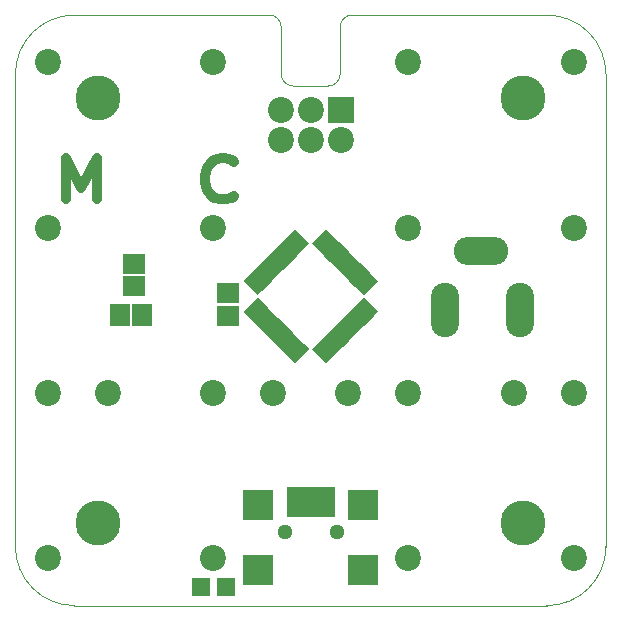
<source format=gts>
G04 (created by PCBNEW (2013-07-07 BZR 4022)-stable) date 5/17/2016 5:11:25 PM*
%MOIN*%
G04 Gerber Fmt 3.4, Leading zero omitted, Abs format*
%FSLAX34Y34*%
G01*
G70*
G90*
G04 APERTURE LIST*
%ADD10C,0.00393701*%
%ADD11C,0.0344488*%
%ADD12R,0.0866142X0.0866142*%
%ADD13C,0.0866142*%
%ADD14R,0.062948X0.062948*%
%ADD15O,0.0944882X0.181102*%
%ADD16O,0.181102X0.0944882*%
%ADD17R,0.102248X0.102248*%
%ADD18R,0.035348X0.102248*%
%ADD19C,0.051148*%
%ADD20R,0.074748X0.066948*%
%ADD21C,0.149606*%
%ADD22R,0.066948X0.074748*%
G04 APERTURE END LIST*
G54D10*
G54D11*
X54542Y-37513D02*
X54467Y-37578D01*
X54242Y-37644D01*
X54092Y-37644D01*
X53867Y-37578D01*
X53717Y-37447D01*
X53642Y-37316D01*
X53567Y-37053D01*
X53567Y-36856D01*
X53642Y-36594D01*
X53717Y-36463D01*
X53867Y-36332D01*
X54092Y-36266D01*
X54242Y-36266D01*
X54467Y-36332D01*
X54542Y-36397D01*
X48918Y-37644D02*
X48918Y-36266D01*
X49443Y-37250D01*
X49968Y-36266D01*
X49968Y-37644D01*
G54D10*
X49212Y-31496D02*
G75*
G03X47244Y-33464I0J-1968D01*
G74*
G01*
X56102Y-31889D02*
G75*
G03X55708Y-31496I-393J0D01*
G74*
G01*
X56102Y-33464D02*
G75*
G03X56496Y-33858I393J0D01*
G74*
G01*
X57677Y-33858D02*
G75*
G03X58070Y-33464I0J393D01*
G74*
G01*
X58464Y-31496D02*
G75*
G03X58070Y-31889I0J-393D01*
G74*
G01*
X66929Y-33464D02*
G75*
G03X64960Y-31496I-1968J0D01*
G74*
G01*
X64960Y-51181D02*
G75*
G03X66929Y-49212I0J1968D01*
G74*
G01*
X47244Y-49212D02*
G75*
G03X49212Y-51181I1968J0D01*
G74*
G01*
X49212Y-31496D02*
X55708Y-31496D01*
X56102Y-31889D02*
X56102Y-33464D01*
X56496Y-33858D02*
X57677Y-33858D01*
X58070Y-33464D02*
X58070Y-31889D01*
X58464Y-31496D02*
X64960Y-31496D01*
X66929Y-33464D02*
X66929Y-49212D01*
X64960Y-51181D02*
X49212Y-51181D01*
X47244Y-49212D02*
X47244Y-33464D01*
G36*
X58019Y-42689D02*
X57545Y-42216D01*
X57740Y-42021D01*
X58214Y-42494D01*
X58019Y-42689D01*
X58019Y-42689D01*
G37*
G36*
X58158Y-42550D02*
X57685Y-42076D01*
X57879Y-41881D01*
X58353Y-42355D01*
X58158Y-42550D01*
X58158Y-42550D01*
G37*
G36*
X58297Y-42410D02*
X57824Y-41937D01*
X58019Y-41742D01*
X58492Y-42216D01*
X58297Y-42410D01*
X58297Y-42410D01*
G37*
G36*
X58436Y-42272D02*
X57963Y-41798D01*
X58157Y-41604D01*
X58631Y-42077D01*
X58436Y-42272D01*
X58436Y-42272D01*
G37*
G36*
X58575Y-42132D02*
X58102Y-41659D01*
X58297Y-41464D01*
X58770Y-41938D01*
X58575Y-42132D01*
X58575Y-42132D01*
G37*
G36*
X57601Y-43107D02*
X57127Y-42633D01*
X57322Y-42439D01*
X57796Y-42912D01*
X57601Y-43107D01*
X57601Y-43107D01*
G37*
G36*
X57740Y-42968D02*
X57267Y-42494D01*
X57462Y-42299D01*
X57935Y-42773D01*
X57740Y-42968D01*
X57740Y-42968D01*
G37*
G36*
X57879Y-42828D02*
X57406Y-42355D01*
X57601Y-42160D01*
X58074Y-42633D01*
X57879Y-42828D01*
X57879Y-42828D01*
G37*
G36*
X58854Y-40824D02*
X58659Y-40629D01*
X59132Y-40156D01*
X59327Y-40351D01*
X58854Y-40824D01*
X58854Y-40824D01*
G37*
G36*
X58715Y-40685D02*
X58520Y-40490D01*
X58993Y-40017D01*
X59188Y-40212D01*
X58715Y-40685D01*
X58715Y-40685D01*
G37*
G36*
X58575Y-40546D02*
X58380Y-40351D01*
X58854Y-39877D01*
X59049Y-40072D01*
X58575Y-40546D01*
X58575Y-40546D01*
G37*
G36*
X58436Y-40406D02*
X58241Y-40212D01*
X58715Y-39738D01*
X58909Y-39933D01*
X58436Y-40406D01*
X58436Y-40406D01*
G37*
G36*
X58297Y-40267D02*
X58102Y-40072D01*
X58575Y-39599D01*
X58770Y-39794D01*
X58297Y-40267D01*
X58297Y-40267D01*
G37*
G36*
X58157Y-40128D02*
X57963Y-39933D01*
X58436Y-39460D01*
X58631Y-39654D01*
X58157Y-40128D01*
X58157Y-40128D01*
G37*
G36*
X58019Y-39989D02*
X57824Y-39794D01*
X58297Y-39321D01*
X58492Y-39516D01*
X58019Y-39989D01*
X58019Y-39989D01*
G37*
G36*
X57879Y-39850D02*
X57685Y-39655D01*
X58158Y-39182D01*
X58353Y-39376D01*
X57879Y-39850D01*
X57879Y-39850D01*
G37*
G36*
X56850Y-39293D02*
X56377Y-38819D01*
X56571Y-38624D01*
X57045Y-39098D01*
X56850Y-39293D01*
X56850Y-39293D01*
G37*
G36*
X56711Y-39432D02*
X56237Y-38959D01*
X56432Y-38764D01*
X56905Y-39237D01*
X56711Y-39432D01*
X56711Y-39432D01*
G37*
G36*
X56571Y-39571D02*
X56098Y-39098D01*
X56293Y-38903D01*
X56766Y-39376D01*
X56571Y-39571D01*
X56571Y-39571D01*
G37*
G36*
X56432Y-39711D02*
X55959Y-39237D01*
X56153Y-39042D01*
X56627Y-39516D01*
X56432Y-39711D01*
X56432Y-39711D01*
G37*
G36*
X56293Y-39850D02*
X55819Y-39376D01*
X56014Y-39182D01*
X56488Y-39655D01*
X56293Y-39850D01*
X56293Y-39850D01*
G37*
G36*
X56153Y-39989D02*
X55680Y-39516D01*
X55875Y-39321D01*
X56348Y-39794D01*
X56153Y-39989D01*
X56153Y-39989D01*
G37*
G36*
X56015Y-40128D02*
X55541Y-39654D01*
X55736Y-39460D01*
X56210Y-39933D01*
X56015Y-40128D01*
X56015Y-40128D01*
G37*
G36*
X55876Y-40267D02*
X55402Y-39794D01*
X55597Y-39599D01*
X56070Y-40072D01*
X55876Y-40267D01*
X55876Y-40267D01*
G37*
G36*
X55040Y-41575D02*
X54845Y-41380D01*
X55318Y-40907D01*
X55513Y-41102D01*
X55040Y-41575D01*
X55040Y-41575D01*
G37*
G36*
X55179Y-41715D02*
X54984Y-41520D01*
X55458Y-41046D01*
X55652Y-41241D01*
X55179Y-41715D01*
X55179Y-41715D01*
G37*
G36*
X55318Y-41854D02*
X55124Y-41659D01*
X55597Y-41186D01*
X55792Y-41380D01*
X55318Y-41854D01*
X55318Y-41854D01*
G37*
G36*
X55458Y-41993D02*
X55263Y-41798D01*
X55736Y-41325D01*
X55931Y-41520D01*
X55458Y-41993D01*
X55458Y-41993D01*
G37*
G36*
X55597Y-42132D02*
X55402Y-41938D01*
X55876Y-41464D01*
X56070Y-41659D01*
X55597Y-42132D01*
X55597Y-42132D01*
G37*
G36*
X55736Y-42272D02*
X55541Y-42077D01*
X56015Y-41604D01*
X56210Y-41798D01*
X55736Y-42272D01*
X55736Y-42272D01*
G37*
G36*
X55875Y-42410D02*
X55680Y-42216D01*
X56153Y-41742D01*
X56348Y-41937D01*
X55875Y-42410D01*
X55875Y-42410D01*
G37*
G36*
X56014Y-42550D02*
X55819Y-42355D01*
X56293Y-41881D01*
X56488Y-42076D01*
X56014Y-42550D01*
X56014Y-42550D01*
G37*
G36*
X58715Y-41993D02*
X58241Y-41520D01*
X58436Y-41325D01*
X58909Y-41798D01*
X58715Y-41993D01*
X58715Y-41993D01*
G37*
G36*
X58854Y-41854D02*
X58380Y-41380D01*
X58575Y-41186D01*
X59049Y-41659D01*
X58854Y-41854D01*
X58854Y-41854D01*
G37*
G36*
X58993Y-41715D02*
X58520Y-41241D01*
X58715Y-41046D01*
X59188Y-41520D01*
X58993Y-41715D01*
X58993Y-41715D01*
G37*
G36*
X59132Y-41575D02*
X58659Y-41102D01*
X58854Y-40907D01*
X59327Y-41380D01*
X59132Y-41575D01*
X59132Y-41575D01*
G37*
G36*
X57740Y-39711D02*
X57545Y-39516D01*
X58019Y-39042D01*
X58214Y-39237D01*
X57740Y-39711D01*
X57740Y-39711D01*
G37*
G36*
X57601Y-39571D02*
X57406Y-39376D01*
X57879Y-38903D01*
X58074Y-39098D01*
X57601Y-39571D01*
X57601Y-39571D01*
G37*
G36*
X57462Y-39432D02*
X57267Y-39237D01*
X57740Y-38764D01*
X57935Y-38959D01*
X57462Y-39432D01*
X57462Y-39432D01*
G37*
G36*
X57322Y-39293D02*
X57127Y-39098D01*
X57601Y-38624D01*
X57796Y-38819D01*
X57322Y-39293D01*
X57322Y-39293D01*
G37*
G36*
X55736Y-40406D02*
X55263Y-39933D01*
X55458Y-39738D01*
X55931Y-40212D01*
X55736Y-40406D01*
X55736Y-40406D01*
G37*
G36*
X55597Y-40546D02*
X55124Y-40072D01*
X55318Y-39877D01*
X55792Y-40351D01*
X55597Y-40546D01*
X55597Y-40546D01*
G37*
G36*
X55458Y-40685D02*
X54984Y-40212D01*
X55179Y-40017D01*
X55652Y-40490D01*
X55458Y-40685D01*
X55458Y-40685D01*
G37*
G36*
X55318Y-40824D02*
X54845Y-40351D01*
X55040Y-40156D01*
X55513Y-40629D01*
X55318Y-40824D01*
X55318Y-40824D01*
G37*
G36*
X56153Y-42689D02*
X55959Y-42494D01*
X56432Y-42021D01*
X56627Y-42216D01*
X56153Y-42689D01*
X56153Y-42689D01*
G37*
G36*
X56293Y-42828D02*
X56098Y-42633D01*
X56571Y-42160D01*
X56766Y-42355D01*
X56293Y-42828D01*
X56293Y-42828D01*
G37*
G36*
X56432Y-42968D02*
X56237Y-42773D01*
X56711Y-42299D01*
X56905Y-42494D01*
X56432Y-42968D01*
X56432Y-42968D01*
G37*
G36*
X56571Y-43107D02*
X56377Y-42912D01*
X56850Y-42439D01*
X57045Y-42633D01*
X56571Y-43107D01*
X56571Y-43107D01*
G37*
G54D12*
X58086Y-34657D03*
G54D13*
X58086Y-35657D03*
X57086Y-34657D03*
X57086Y-35657D03*
X56086Y-34657D03*
X56086Y-35657D03*
X48318Y-38582D03*
X48318Y-33070D03*
X65854Y-33070D03*
X65854Y-38582D03*
X55830Y-44094D03*
X48318Y-44094D03*
X58342Y-44094D03*
X63854Y-44094D03*
X60342Y-38582D03*
X53830Y-49606D03*
X53830Y-44094D03*
X53830Y-38582D03*
X53830Y-33070D03*
X65854Y-44094D03*
X60342Y-49606D03*
X60342Y-44094D03*
X65854Y-49606D03*
X60342Y-33070D03*
G54D14*
X54271Y-50551D03*
X53445Y-50551D03*
G54D15*
X61574Y-41338D03*
G54D16*
X62755Y-39370D03*
G54D15*
X64055Y-41338D03*
G54D17*
X58830Y-47826D03*
G54D18*
X56457Y-47716D03*
X56772Y-47716D03*
X57086Y-47716D03*
X57400Y-47716D03*
X57715Y-47716D03*
G54D19*
X56221Y-48711D03*
X57952Y-48711D03*
G54D17*
X55342Y-47826D03*
X55342Y-49991D03*
X58830Y-49991D03*
G54D20*
X54330Y-40766D03*
X54330Y-41516D03*
X51181Y-39782D03*
X51181Y-40532D03*
G54D13*
X48318Y-49606D03*
X50318Y-44094D03*
G54D21*
X64173Y-34251D03*
X50000Y-48425D03*
X64173Y-48425D03*
X50000Y-34251D03*
G54D22*
X50727Y-41496D03*
X51477Y-41496D03*
M02*

</source>
